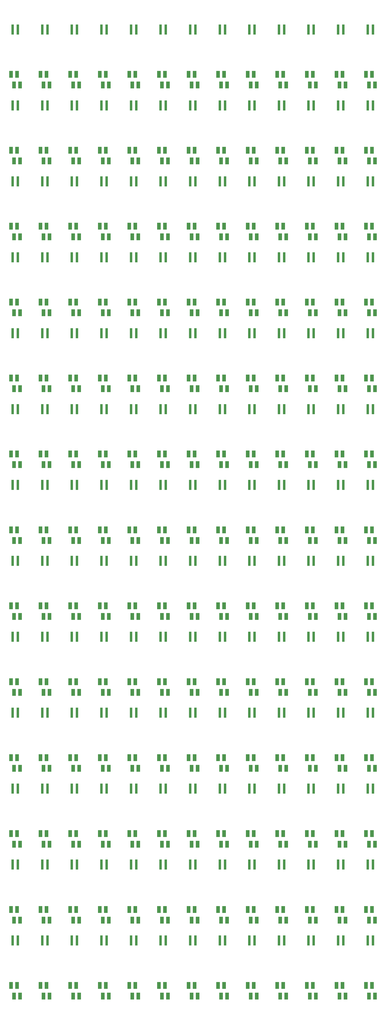
<source format=gtp>
G04 #@! TF.FileFunction,Paste,Top*
%FSLAX46Y46*%
G04 Gerber Fmt 4.6, Leading zero omitted, Abs format (unit mm)*
G04 Created by KiCad (PCBNEW 4.0.2-4+6225~38~ubuntu14.04.1-stable) date Mon 16 May 2016 16:09:22 BST*
%MOMM*%
G01*
G04 APERTURE LIST*
%ADD10C,0.100000*%
%ADD11R,1.500000X3.000000*%
%ADD12R,1.000000X4.350000*%
G04 APERTURE END LIST*
D10*
D11*
X175000000Y-427750000D03*
X173730000Y-423250000D03*
X172460000Y-427750000D03*
X171190000Y-423250000D03*
D12*
X174100000Y-404325000D03*
X171900000Y-404325000D03*
D11*
X162500000Y-427750000D03*
X161230000Y-423250000D03*
X159960000Y-427750000D03*
X158690000Y-423250000D03*
D12*
X161600000Y-404325000D03*
X159400000Y-404325000D03*
D11*
X150000000Y-427750000D03*
X148730000Y-423250000D03*
X147460000Y-427750000D03*
X146190000Y-423250000D03*
D12*
X149100000Y-404325000D03*
X146900000Y-404325000D03*
D11*
X137500000Y-427750000D03*
X136230000Y-423250000D03*
X134960000Y-427750000D03*
X133690000Y-423250000D03*
D12*
X136600000Y-404325000D03*
X134400000Y-404325000D03*
D11*
X125000000Y-427750000D03*
X123730000Y-423250000D03*
X122460000Y-427750000D03*
X121190000Y-423250000D03*
D12*
X124100000Y-404325000D03*
X121900000Y-404325000D03*
D11*
X112500000Y-427750000D03*
X111230000Y-423250000D03*
X109960000Y-427750000D03*
X108690000Y-423250000D03*
D12*
X111600000Y-404325000D03*
X109400000Y-404325000D03*
D11*
X100000000Y-427750000D03*
X98730000Y-423250000D03*
X97460000Y-427750000D03*
X96190000Y-423250000D03*
D12*
X99100000Y-404325000D03*
X96900000Y-404325000D03*
D11*
X87500000Y-427750000D03*
X86230000Y-423250000D03*
X84960000Y-427750000D03*
X83690000Y-423250000D03*
D12*
X86600000Y-404325000D03*
X84400000Y-404325000D03*
D11*
X75000000Y-427750000D03*
X73730000Y-423250000D03*
X72460000Y-427750000D03*
X71190000Y-423250000D03*
D12*
X74100000Y-404325000D03*
X71900000Y-404325000D03*
D11*
X62500000Y-427750000D03*
X61230000Y-423250000D03*
X59960000Y-427750000D03*
X58690000Y-423250000D03*
D12*
X61600000Y-404325000D03*
X59400000Y-404325000D03*
D11*
X50000000Y-427750000D03*
X48730000Y-423250000D03*
X47460000Y-427750000D03*
X46190000Y-423250000D03*
D12*
X49100000Y-404325000D03*
X46900000Y-404325000D03*
D11*
X37500000Y-427750000D03*
X36230000Y-423250000D03*
X34960000Y-427750000D03*
X33690000Y-423250000D03*
D12*
X36600000Y-404325000D03*
X34400000Y-404325000D03*
D11*
X25000000Y-427750000D03*
X23730000Y-423250000D03*
X22460000Y-427750000D03*
X21190000Y-423250000D03*
D12*
X24100000Y-404325000D03*
X21900000Y-404325000D03*
D11*
X175000000Y-395750000D03*
X173730000Y-391250000D03*
X172460000Y-395750000D03*
X171190000Y-391250000D03*
D12*
X174100000Y-372325000D03*
X171900000Y-372325000D03*
D11*
X162500000Y-395750000D03*
X161230000Y-391250000D03*
X159960000Y-395750000D03*
X158690000Y-391250000D03*
D12*
X161600000Y-372325000D03*
X159400000Y-372325000D03*
D11*
X150000000Y-395750000D03*
X148730000Y-391250000D03*
X147460000Y-395750000D03*
X146190000Y-391250000D03*
D12*
X149100000Y-372325000D03*
X146900000Y-372325000D03*
D11*
X137500000Y-395750000D03*
X136230000Y-391250000D03*
X134960000Y-395750000D03*
X133690000Y-391250000D03*
D12*
X136600000Y-372325000D03*
X134400000Y-372325000D03*
D11*
X125000000Y-395750000D03*
X123730000Y-391250000D03*
X122460000Y-395750000D03*
X121190000Y-391250000D03*
D12*
X124100000Y-372325000D03*
X121900000Y-372325000D03*
D11*
X112500000Y-395750000D03*
X111230000Y-391250000D03*
X109960000Y-395750000D03*
X108690000Y-391250000D03*
D12*
X111600000Y-372325000D03*
X109400000Y-372325000D03*
D11*
X100000000Y-395750000D03*
X98730000Y-391250000D03*
X97460000Y-395750000D03*
X96190000Y-391250000D03*
D12*
X99100000Y-372325000D03*
X96900000Y-372325000D03*
D11*
X87500000Y-395750000D03*
X86230000Y-391250000D03*
X84960000Y-395750000D03*
X83690000Y-391250000D03*
D12*
X86600000Y-372325000D03*
X84400000Y-372325000D03*
D11*
X75000000Y-395750000D03*
X73730000Y-391250000D03*
X72460000Y-395750000D03*
X71190000Y-391250000D03*
D12*
X74100000Y-372325000D03*
X71900000Y-372325000D03*
D11*
X62500000Y-395750000D03*
X61230000Y-391250000D03*
X59960000Y-395750000D03*
X58690000Y-391250000D03*
D12*
X61600000Y-372325000D03*
X59400000Y-372325000D03*
D11*
X50000000Y-395750000D03*
X48730000Y-391250000D03*
X47460000Y-395750000D03*
X46190000Y-391250000D03*
D12*
X49100000Y-372325000D03*
X46900000Y-372325000D03*
D11*
X37500000Y-395750000D03*
X36230000Y-391250000D03*
X34960000Y-395750000D03*
X33690000Y-391250000D03*
D12*
X36600000Y-372325000D03*
X34400000Y-372325000D03*
D11*
X25000000Y-395750000D03*
X23730000Y-391250000D03*
X22460000Y-395750000D03*
X21190000Y-391250000D03*
D12*
X24100000Y-372325000D03*
X21900000Y-372325000D03*
D11*
X175000000Y-363750000D03*
X173730000Y-359250000D03*
X172460000Y-363750000D03*
X171190000Y-359250000D03*
D12*
X174100000Y-340325000D03*
X171900000Y-340325000D03*
D11*
X162500000Y-363750000D03*
X161230000Y-359250000D03*
X159960000Y-363750000D03*
X158690000Y-359250000D03*
D12*
X161600000Y-340325000D03*
X159400000Y-340325000D03*
D11*
X150000000Y-363750000D03*
X148730000Y-359250000D03*
X147460000Y-363750000D03*
X146190000Y-359250000D03*
D12*
X149100000Y-340325000D03*
X146900000Y-340325000D03*
D11*
X137500000Y-363750000D03*
X136230000Y-359250000D03*
X134960000Y-363750000D03*
X133690000Y-359250000D03*
D12*
X136600000Y-340325000D03*
X134400000Y-340325000D03*
D11*
X125000000Y-363750000D03*
X123730000Y-359250000D03*
X122460000Y-363750000D03*
X121190000Y-359250000D03*
D12*
X124100000Y-340325000D03*
X121900000Y-340325000D03*
D11*
X112500000Y-363750000D03*
X111230000Y-359250000D03*
X109960000Y-363750000D03*
X108690000Y-359250000D03*
D12*
X111600000Y-340325000D03*
X109400000Y-340325000D03*
D11*
X100000000Y-363750000D03*
X98730000Y-359250000D03*
X97460000Y-363750000D03*
X96190000Y-359250000D03*
D12*
X99100000Y-340325000D03*
X96900000Y-340325000D03*
D11*
X87500000Y-363750000D03*
X86230000Y-359250000D03*
X84960000Y-363750000D03*
X83690000Y-359250000D03*
D12*
X86600000Y-340325000D03*
X84400000Y-340325000D03*
D11*
X75000000Y-363750000D03*
X73730000Y-359250000D03*
X72460000Y-363750000D03*
X71190000Y-359250000D03*
D12*
X74100000Y-340325000D03*
X71900000Y-340325000D03*
D11*
X62500000Y-363750000D03*
X61230000Y-359250000D03*
X59960000Y-363750000D03*
X58690000Y-359250000D03*
D12*
X61600000Y-340325000D03*
X59400000Y-340325000D03*
D11*
X50000000Y-363750000D03*
X48730000Y-359250000D03*
X47460000Y-363750000D03*
X46190000Y-359250000D03*
D12*
X49100000Y-340325000D03*
X46900000Y-340325000D03*
D11*
X37500000Y-363750000D03*
X36230000Y-359250000D03*
X34960000Y-363750000D03*
X33690000Y-359250000D03*
D12*
X36600000Y-340325000D03*
X34400000Y-340325000D03*
D11*
X25000000Y-363750000D03*
X23730000Y-359250000D03*
X22460000Y-363750000D03*
X21190000Y-359250000D03*
D12*
X24100000Y-340325000D03*
X21900000Y-340325000D03*
D11*
X175000000Y-331750000D03*
X173730000Y-327250000D03*
X172460000Y-331750000D03*
X171190000Y-327250000D03*
D12*
X174100000Y-308325000D03*
X171900000Y-308325000D03*
D11*
X162500000Y-331750000D03*
X161230000Y-327250000D03*
X159960000Y-331750000D03*
X158690000Y-327250000D03*
D12*
X161600000Y-308325000D03*
X159400000Y-308325000D03*
D11*
X150000000Y-331750000D03*
X148730000Y-327250000D03*
X147460000Y-331750000D03*
X146190000Y-327250000D03*
D12*
X149100000Y-308325000D03*
X146900000Y-308325000D03*
D11*
X137500000Y-331750000D03*
X136230000Y-327250000D03*
X134960000Y-331750000D03*
X133690000Y-327250000D03*
D12*
X136600000Y-308325000D03*
X134400000Y-308325000D03*
D11*
X125000000Y-331750000D03*
X123730000Y-327250000D03*
X122460000Y-331750000D03*
X121190000Y-327250000D03*
D12*
X124100000Y-308325000D03*
X121900000Y-308325000D03*
D11*
X112500000Y-331750000D03*
X111230000Y-327250000D03*
X109960000Y-331750000D03*
X108690000Y-327250000D03*
D12*
X111600000Y-308325000D03*
X109400000Y-308325000D03*
D11*
X100000000Y-331750000D03*
X98730000Y-327250000D03*
X97460000Y-331750000D03*
X96190000Y-327250000D03*
D12*
X99100000Y-308325000D03*
X96900000Y-308325000D03*
D11*
X87500000Y-331750000D03*
X86230000Y-327250000D03*
X84960000Y-331750000D03*
X83690000Y-327250000D03*
D12*
X86600000Y-308325000D03*
X84400000Y-308325000D03*
D11*
X75000000Y-331750000D03*
X73730000Y-327250000D03*
X72460000Y-331750000D03*
X71190000Y-327250000D03*
D12*
X74100000Y-308325000D03*
X71900000Y-308325000D03*
D11*
X62500000Y-331750000D03*
X61230000Y-327250000D03*
X59960000Y-331750000D03*
X58690000Y-327250000D03*
D12*
X61600000Y-308325000D03*
X59400000Y-308325000D03*
D11*
X50000000Y-331750000D03*
X48730000Y-327250000D03*
X47460000Y-331750000D03*
X46190000Y-327250000D03*
D12*
X49100000Y-308325000D03*
X46900000Y-308325000D03*
D11*
X37500000Y-331750000D03*
X36230000Y-327250000D03*
X34960000Y-331750000D03*
X33690000Y-327250000D03*
D12*
X36600000Y-308325000D03*
X34400000Y-308325000D03*
D11*
X25000000Y-331750000D03*
X23730000Y-327250000D03*
X22460000Y-331750000D03*
X21190000Y-327250000D03*
D12*
X24100000Y-308325000D03*
X21900000Y-308325000D03*
D11*
X175000000Y-299750000D03*
X173730000Y-295250000D03*
X172460000Y-299750000D03*
X171190000Y-295250000D03*
D12*
X174100000Y-276325000D03*
X171900000Y-276325000D03*
D11*
X162500000Y-299750000D03*
X161230000Y-295250000D03*
X159960000Y-299750000D03*
X158690000Y-295250000D03*
D12*
X161600000Y-276325000D03*
X159400000Y-276325000D03*
D11*
X150000000Y-299750000D03*
X148730000Y-295250000D03*
X147460000Y-299750000D03*
X146190000Y-295250000D03*
D12*
X149100000Y-276325000D03*
X146900000Y-276325000D03*
D11*
X137500000Y-299750000D03*
X136230000Y-295250000D03*
X134960000Y-299750000D03*
X133690000Y-295250000D03*
D12*
X136600000Y-276325000D03*
X134400000Y-276325000D03*
D11*
X125000000Y-299750000D03*
X123730000Y-295250000D03*
X122460000Y-299750000D03*
X121190000Y-295250000D03*
D12*
X124100000Y-276325000D03*
X121900000Y-276325000D03*
D11*
X112500000Y-299750000D03*
X111230000Y-295250000D03*
X109960000Y-299750000D03*
X108690000Y-295250000D03*
D12*
X111600000Y-276325000D03*
X109400000Y-276325000D03*
D11*
X100000000Y-299750000D03*
X98730000Y-295250000D03*
X97460000Y-299750000D03*
X96190000Y-295250000D03*
D12*
X99100000Y-276325000D03*
X96900000Y-276325000D03*
D11*
X87500000Y-299750000D03*
X86230000Y-295250000D03*
X84960000Y-299750000D03*
X83690000Y-295250000D03*
D12*
X86600000Y-276325000D03*
X84400000Y-276325000D03*
D11*
X75000000Y-299750000D03*
X73730000Y-295250000D03*
X72460000Y-299750000D03*
X71190000Y-295250000D03*
D12*
X74100000Y-276325000D03*
X71900000Y-276325000D03*
D11*
X62500000Y-299750000D03*
X61230000Y-295250000D03*
X59960000Y-299750000D03*
X58690000Y-295250000D03*
D12*
X61600000Y-276325000D03*
X59400000Y-276325000D03*
D11*
X50000000Y-299750000D03*
X48730000Y-295250000D03*
X47460000Y-299750000D03*
X46190000Y-295250000D03*
D12*
X49100000Y-276325000D03*
X46900000Y-276325000D03*
D11*
X37500000Y-299750000D03*
X36230000Y-295250000D03*
X34960000Y-299750000D03*
X33690000Y-295250000D03*
D12*
X36600000Y-276325000D03*
X34400000Y-276325000D03*
D11*
X25000000Y-299750000D03*
X23730000Y-295250000D03*
X22460000Y-299750000D03*
X21190000Y-295250000D03*
D12*
X24100000Y-276325000D03*
X21900000Y-276325000D03*
D11*
X175000000Y-267750000D03*
X173730000Y-263250000D03*
X172460000Y-267750000D03*
X171190000Y-263250000D03*
D12*
X174100000Y-244325000D03*
X171900000Y-244325000D03*
D11*
X162500000Y-267750000D03*
X161230000Y-263250000D03*
X159960000Y-267750000D03*
X158690000Y-263250000D03*
D12*
X161600000Y-244325000D03*
X159400000Y-244325000D03*
D11*
X150000000Y-267750000D03*
X148730000Y-263250000D03*
X147460000Y-267750000D03*
X146190000Y-263250000D03*
D12*
X149100000Y-244325000D03*
X146900000Y-244325000D03*
D11*
X137500000Y-267750000D03*
X136230000Y-263250000D03*
X134960000Y-267750000D03*
X133690000Y-263250000D03*
D12*
X136600000Y-244325000D03*
X134400000Y-244325000D03*
D11*
X125000000Y-267750000D03*
X123730000Y-263250000D03*
X122460000Y-267750000D03*
X121190000Y-263250000D03*
D12*
X124100000Y-244325000D03*
X121900000Y-244325000D03*
D11*
X112500000Y-267750000D03*
X111230000Y-263250000D03*
X109960000Y-267750000D03*
X108690000Y-263250000D03*
D12*
X111600000Y-244325000D03*
X109400000Y-244325000D03*
D11*
X100000000Y-267750000D03*
X98730000Y-263250000D03*
X97460000Y-267750000D03*
X96190000Y-263250000D03*
D12*
X99100000Y-244325000D03*
X96900000Y-244325000D03*
D11*
X87500000Y-267750000D03*
X86230000Y-263250000D03*
X84960000Y-267750000D03*
X83690000Y-263250000D03*
D12*
X86600000Y-244325000D03*
X84400000Y-244325000D03*
D11*
X75000000Y-267750000D03*
X73730000Y-263250000D03*
X72460000Y-267750000D03*
X71190000Y-263250000D03*
D12*
X74100000Y-244325000D03*
X71900000Y-244325000D03*
D11*
X62500000Y-267750000D03*
X61230000Y-263250000D03*
X59960000Y-267750000D03*
X58690000Y-263250000D03*
D12*
X61600000Y-244325000D03*
X59400000Y-244325000D03*
D11*
X50000000Y-267750000D03*
X48730000Y-263250000D03*
X47460000Y-267750000D03*
X46190000Y-263250000D03*
D12*
X49100000Y-244325000D03*
X46900000Y-244325000D03*
D11*
X37500000Y-267750000D03*
X36230000Y-263250000D03*
X34960000Y-267750000D03*
X33690000Y-263250000D03*
D12*
X36600000Y-244325000D03*
X34400000Y-244325000D03*
D11*
X25000000Y-267750000D03*
X23730000Y-263250000D03*
X22460000Y-267750000D03*
X21190000Y-263250000D03*
D12*
X24100000Y-244325000D03*
X21900000Y-244325000D03*
D11*
X175000000Y-235750000D03*
X173730000Y-231250000D03*
X172460000Y-235750000D03*
X171190000Y-231250000D03*
D12*
X174100000Y-212325000D03*
X171900000Y-212325000D03*
D11*
X162500000Y-235750000D03*
X161230000Y-231250000D03*
X159960000Y-235750000D03*
X158690000Y-231250000D03*
D12*
X161600000Y-212325000D03*
X159400000Y-212325000D03*
D11*
X150000000Y-235750000D03*
X148730000Y-231250000D03*
X147460000Y-235750000D03*
X146190000Y-231250000D03*
D12*
X149100000Y-212325000D03*
X146900000Y-212325000D03*
D11*
X137500000Y-235750000D03*
X136230000Y-231250000D03*
X134960000Y-235750000D03*
X133690000Y-231250000D03*
D12*
X136600000Y-212325000D03*
X134400000Y-212325000D03*
D11*
X125000000Y-235750000D03*
X123730000Y-231250000D03*
X122460000Y-235750000D03*
X121190000Y-231250000D03*
D12*
X124100000Y-212325000D03*
X121900000Y-212325000D03*
D11*
X112500000Y-235750000D03*
X111230000Y-231250000D03*
X109960000Y-235750000D03*
X108690000Y-231250000D03*
D12*
X111600000Y-212325000D03*
X109400000Y-212325000D03*
D11*
X100000000Y-235750000D03*
X98730000Y-231250000D03*
X97460000Y-235750000D03*
X96190000Y-231250000D03*
D12*
X99100000Y-212325000D03*
X96900000Y-212325000D03*
D11*
X87500000Y-235750000D03*
X86230000Y-231250000D03*
X84960000Y-235750000D03*
X83690000Y-231250000D03*
D12*
X86600000Y-212325000D03*
X84400000Y-212325000D03*
D11*
X75000000Y-235750000D03*
X73730000Y-231250000D03*
X72460000Y-235750000D03*
X71190000Y-231250000D03*
D12*
X74100000Y-212325000D03*
X71900000Y-212325000D03*
D11*
X62500000Y-235750000D03*
X61230000Y-231250000D03*
X59960000Y-235750000D03*
X58690000Y-231250000D03*
D12*
X61600000Y-212325000D03*
X59400000Y-212325000D03*
D11*
X50000000Y-235750000D03*
X48730000Y-231250000D03*
X47460000Y-235750000D03*
X46190000Y-231250000D03*
D12*
X49100000Y-212325000D03*
X46900000Y-212325000D03*
D11*
X37500000Y-235750000D03*
X36230000Y-231250000D03*
X34960000Y-235750000D03*
X33690000Y-231250000D03*
D12*
X36600000Y-212325000D03*
X34400000Y-212325000D03*
D11*
X25000000Y-235750000D03*
X23730000Y-231250000D03*
X22460000Y-235750000D03*
X21190000Y-231250000D03*
D12*
X24100000Y-212325000D03*
X21900000Y-212325000D03*
D11*
X175000000Y-203750000D03*
X173730000Y-199250000D03*
X172460000Y-203750000D03*
X171190000Y-199250000D03*
D12*
X174100000Y-180325000D03*
X171900000Y-180325000D03*
D11*
X162500000Y-203750000D03*
X161230000Y-199250000D03*
X159960000Y-203750000D03*
X158690000Y-199250000D03*
D12*
X161600000Y-180325000D03*
X159400000Y-180325000D03*
D11*
X150000000Y-203750000D03*
X148730000Y-199250000D03*
X147460000Y-203750000D03*
X146190000Y-199250000D03*
D12*
X149100000Y-180325000D03*
X146900000Y-180325000D03*
D11*
X137500000Y-203750000D03*
X136230000Y-199250000D03*
X134960000Y-203750000D03*
X133690000Y-199250000D03*
D12*
X136600000Y-180325000D03*
X134400000Y-180325000D03*
D11*
X125000000Y-203750000D03*
X123730000Y-199250000D03*
X122460000Y-203750000D03*
X121190000Y-199250000D03*
D12*
X124100000Y-180325000D03*
X121900000Y-180325000D03*
D11*
X112500000Y-203750000D03*
X111230000Y-199250000D03*
X109960000Y-203750000D03*
X108690000Y-199250000D03*
D12*
X111600000Y-180325000D03*
X109400000Y-180325000D03*
D11*
X100000000Y-203750000D03*
X98730000Y-199250000D03*
X97460000Y-203750000D03*
X96190000Y-199250000D03*
D12*
X99100000Y-180325000D03*
X96900000Y-180325000D03*
D11*
X87500000Y-203750000D03*
X86230000Y-199250000D03*
X84960000Y-203750000D03*
X83690000Y-199250000D03*
D12*
X86600000Y-180325000D03*
X84400000Y-180325000D03*
D11*
X75000000Y-203750000D03*
X73730000Y-199250000D03*
X72460000Y-203750000D03*
X71190000Y-199250000D03*
D12*
X74100000Y-180325000D03*
X71900000Y-180325000D03*
D11*
X62500000Y-203750000D03*
X61230000Y-199250000D03*
X59960000Y-203750000D03*
X58690000Y-199250000D03*
D12*
X61600000Y-180325000D03*
X59400000Y-180325000D03*
D11*
X50000000Y-203750000D03*
X48730000Y-199250000D03*
X47460000Y-203750000D03*
X46190000Y-199250000D03*
D12*
X49100000Y-180325000D03*
X46900000Y-180325000D03*
D11*
X37500000Y-203750000D03*
X36230000Y-199250000D03*
X34960000Y-203750000D03*
X33690000Y-199250000D03*
D12*
X36600000Y-180325000D03*
X34400000Y-180325000D03*
D11*
X25000000Y-203750000D03*
X23730000Y-199250000D03*
X22460000Y-203750000D03*
X21190000Y-199250000D03*
D12*
X24100000Y-180325000D03*
X21900000Y-180325000D03*
D11*
X175000000Y-171750000D03*
X173730000Y-167250000D03*
X172460000Y-171750000D03*
X171190000Y-167250000D03*
D12*
X174100000Y-148325000D03*
X171900000Y-148325000D03*
D11*
X162500000Y-171750000D03*
X161230000Y-167250000D03*
X159960000Y-171750000D03*
X158690000Y-167250000D03*
D12*
X161600000Y-148325000D03*
X159400000Y-148325000D03*
D11*
X150000000Y-171750000D03*
X148730000Y-167250000D03*
X147460000Y-171750000D03*
X146190000Y-167250000D03*
D12*
X149100000Y-148325000D03*
X146900000Y-148325000D03*
D11*
X137500000Y-171750000D03*
X136230000Y-167250000D03*
X134960000Y-171750000D03*
X133690000Y-167250000D03*
D12*
X136600000Y-148325000D03*
X134400000Y-148325000D03*
D11*
X125000000Y-171750000D03*
X123730000Y-167250000D03*
X122460000Y-171750000D03*
X121190000Y-167250000D03*
D12*
X124100000Y-148325000D03*
X121900000Y-148325000D03*
D11*
X112500000Y-171750000D03*
X111230000Y-167250000D03*
X109960000Y-171750000D03*
X108690000Y-167250000D03*
D12*
X111600000Y-148325000D03*
X109400000Y-148325000D03*
D11*
X100000000Y-171750000D03*
X98730000Y-167250000D03*
X97460000Y-171750000D03*
X96190000Y-167250000D03*
D12*
X99100000Y-148325000D03*
X96900000Y-148325000D03*
D11*
X87500000Y-171750000D03*
X86230000Y-167250000D03*
X84960000Y-171750000D03*
X83690000Y-167250000D03*
D12*
X86600000Y-148325000D03*
X84400000Y-148325000D03*
D11*
X75000000Y-171750000D03*
X73730000Y-167250000D03*
X72460000Y-171750000D03*
X71190000Y-167250000D03*
D12*
X74100000Y-148325000D03*
X71900000Y-148325000D03*
D11*
X62500000Y-171750000D03*
X61230000Y-167250000D03*
X59960000Y-171750000D03*
X58690000Y-167250000D03*
D12*
X61600000Y-148325000D03*
X59400000Y-148325000D03*
D11*
X50000000Y-171750000D03*
X48730000Y-167250000D03*
X47460000Y-171750000D03*
X46190000Y-167250000D03*
D12*
X49100000Y-148325000D03*
X46900000Y-148325000D03*
D11*
X37500000Y-171750000D03*
X36230000Y-167250000D03*
X34960000Y-171750000D03*
X33690000Y-167250000D03*
D12*
X36600000Y-148325000D03*
X34400000Y-148325000D03*
D11*
X25000000Y-171750000D03*
X23730000Y-167250000D03*
X22460000Y-171750000D03*
X21190000Y-167250000D03*
D12*
X24100000Y-148325000D03*
X21900000Y-148325000D03*
D11*
X175000000Y-139750000D03*
X173730000Y-135250000D03*
X172460000Y-139750000D03*
X171190000Y-135250000D03*
D12*
X174100000Y-116325000D03*
X171900000Y-116325000D03*
D11*
X162500000Y-139750000D03*
X161230000Y-135250000D03*
X159960000Y-139750000D03*
X158690000Y-135250000D03*
D12*
X161600000Y-116325000D03*
X159400000Y-116325000D03*
D11*
X150000000Y-139750000D03*
X148730000Y-135250000D03*
X147460000Y-139750000D03*
X146190000Y-135250000D03*
D12*
X149100000Y-116325000D03*
X146900000Y-116325000D03*
D11*
X137500000Y-139750000D03*
X136230000Y-135250000D03*
X134960000Y-139750000D03*
X133690000Y-135250000D03*
D12*
X136600000Y-116325000D03*
X134400000Y-116325000D03*
D11*
X125000000Y-139750000D03*
X123730000Y-135250000D03*
X122460000Y-139750000D03*
X121190000Y-135250000D03*
D12*
X124100000Y-116325000D03*
X121900000Y-116325000D03*
D11*
X112500000Y-139750000D03*
X111230000Y-135250000D03*
X109960000Y-139750000D03*
X108690000Y-135250000D03*
D12*
X111600000Y-116325000D03*
X109400000Y-116325000D03*
D11*
X100000000Y-139750000D03*
X98730000Y-135250000D03*
X97460000Y-139750000D03*
X96190000Y-135250000D03*
D12*
X99100000Y-116325000D03*
X96900000Y-116325000D03*
D11*
X87500000Y-139750000D03*
X86230000Y-135250000D03*
X84960000Y-139750000D03*
X83690000Y-135250000D03*
D12*
X86600000Y-116325000D03*
X84400000Y-116325000D03*
D11*
X75000000Y-139750000D03*
X73730000Y-135250000D03*
X72460000Y-139750000D03*
X71190000Y-135250000D03*
D12*
X74100000Y-116325000D03*
X71900000Y-116325000D03*
D11*
X62500000Y-139750000D03*
X61230000Y-135250000D03*
X59960000Y-139750000D03*
X58690000Y-135250000D03*
D12*
X61600000Y-116325000D03*
X59400000Y-116325000D03*
D11*
X50000000Y-139750000D03*
X48730000Y-135250000D03*
X47460000Y-139750000D03*
X46190000Y-135250000D03*
D12*
X49100000Y-116325000D03*
X46900000Y-116325000D03*
D11*
X37500000Y-139750000D03*
X36230000Y-135250000D03*
X34960000Y-139750000D03*
X33690000Y-135250000D03*
D12*
X36600000Y-116325000D03*
X34400000Y-116325000D03*
D11*
X25000000Y-139750000D03*
X23730000Y-135250000D03*
X22460000Y-139750000D03*
X21190000Y-135250000D03*
D12*
X24100000Y-116325000D03*
X21900000Y-116325000D03*
D11*
X175000000Y-107750000D03*
X173730000Y-103250000D03*
X172460000Y-107750000D03*
X171190000Y-103250000D03*
D12*
X174100000Y-84325000D03*
X171900000Y-84325000D03*
D11*
X162500000Y-107750000D03*
X161230000Y-103250000D03*
X159960000Y-107750000D03*
X158690000Y-103250000D03*
D12*
X161600000Y-84325000D03*
X159400000Y-84325000D03*
D11*
X150000000Y-107750000D03*
X148730000Y-103250000D03*
X147460000Y-107750000D03*
X146190000Y-103250000D03*
D12*
X149100000Y-84325000D03*
X146900000Y-84325000D03*
D11*
X137500000Y-107750000D03*
X136230000Y-103250000D03*
X134960000Y-107750000D03*
X133690000Y-103250000D03*
D12*
X136600000Y-84325000D03*
X134400000Y-84325000D03*
D11*
X125000000Y-107750000D03*
X123730000Y-103250000D03*
X122460000Y-107750000D03*
X121190000Y-103250000D03*
D12*
X124100000Y-84325000D03*
X121900000Y-84325000D03*
D11*
X112500000Y-107750000D03*
X111230000Y-103250000D03*
X109960000Y-107750000D03*
X108690000Y-103250000D03*
D12*
X111600000Y-84325000D03*
X109400000Y-84325000D03*
D11*
X100000000Y-107750000D03*
X98730000Y-103250000D03*
X97460000Y-107750000D03*
X96190000Y-103250000D03*
D12*
X99100000Y-84325000D03*
X96900000Y-84325000D03*
D11*
X87500000Y-107750000D03*
X86230000Y-103250000D03*
X84960000Y-107750000D03*
X83690000Y-103250000D03*
D12*
X86600000Y-84325000D03*
X84400000Y-84325000D03*
D11*
X75000000Y-107750000D03*
X73730000Y-103250000D03*
X72460000Y-107750000D03*
X71190000Y-103250000D03*
D12*
X74100000Y-84325000D03*
X71900000Y-84325000D03*
D11*
X62500000Y-107750000D03*
X61230000Y-103250000D03*
X59960000Y-107750000D03*
X58690000Y-103250000D03*
D12*
X61600000Y-84325000D03*
X59400000Y-84325000D03*
D11*
X50000000Y-107750000D03*
X48730000Y-103250000D03*
X47460000Y-107750000D03*
X46190000Y-103250000D03*
D12*
X49100000Y-84325000D03*
X46900000Y-84325000D03*
D11*
X37500000Y-107750000D03*
X36230000Y-103250000D03*
X34960000Y-107750000D03*
X33690000Y-103250000D03*
D12*
X36600000Y-84325000D03*
X34400000Y-84325000D03*
D11*
X25000000Y-107750000D03*
X23730000Y-103250000D03*
X22460000Y-107750000D03*
X21190000Y-103250000D03*
D12*
X24100000Y-84325000D03*
X21900000Y-84325000D03*
D11*
X175000000Y-75750000D03*
X173730000Y-71250000D03*
X172460000Y-75750000D03*
X171190000Y-71250000D03*
D12*
X174100000Y-52325000D03*
X171900000Y-52325000D03*
D11*
X162500000Y-75750000D03*
X161230000Y-71250000D03*
X159960000Y-75750000D03*
X158690000Y-71250000D03*
D12*
X161600000Y-52325000D03*
X159400000Y-52325000D03*
D11*
X150000000Y-75750000D03*
X148730000Y-71250000D03*
X147460000Y-75750000D03*
X146190000Y-71250000D03*
D12*
X149100000Y-52325000D03*
X146900000Y-52325000D03*
D11*
X137500000Y-75750000D03*
X136230000Y-71250000D03*
X134960000Y-75750000D03*
X133690000Y-71250000D03*
D12*
X136600000Y-52325000D03*
X134400000Y-52325000D03*
D11*
X125000000Y-75750000D03*
X123730000Y-71250000D03*
X122460000Y-75750000D03*
X121190000Y-71250000D03*
D12*
X124100000Y-52325000D03*
X121900000Y-52325000D03*
D11*
X112500000Y-75750000D03*
X111230000Y-71250000D03*
X109960000Y-75750000D03*
X108690000Y-71250000D03*
D12*
X111600000Y-52325000D03*
X109400000Y-52325000D03*
D11*
X100000000Y-75750000D03*
X98730000Y-71250000D03*
X97460000Y-75750000D03*
X96190000Y-71250000D03*
D12*
X99100000Y-52325000D03*
X96900000Y-52325000D03*
D11*
X87500000Y-75750000D03*
X86230000Y-71250000D03*
X84960000Y-75750000D03*
X83690000Y-71250000D03*
D12*
X86600000Y-52325000D03*
X84400000Y-52325000D03*
D11*
X75000000Y-75750000D03*
X73730000Y-71250000D03*
X72460000Y-75750000D03*
X71190000Y-71250000D03*
D12*
X74100000Y-52325000D03*
X71900000Y-52325000D03*
D11*
X62500000Y-75750000D03*
X61230000Y-71250000D03*
X59960000Y-75750000D03*
X58690000Y-71250000D03*
D12*
X61600000Y-52325000D03*
X59400000Y-52325000D03*
D11*
X50000000Y-75750000D03*
X48730000Y-71250000D03*
X47460000Y-75750000D03*
X46190000Y-71250000D03*
D12*
X49100000Y-52325000D03*
X46900000Y-52325000D03*
D11*
X37500000Y-75750000D03*
X36230000Y-71250000D03*
X34960000Y-75750000D03*
X33690000Y-71250000D03*
D12*
X36600000Y-52325000D03*
X34400000Y-52325000D03*
D11*
X25000000Y-75750000D03*
X23730000Y-71250000D03*
X22460000Y-75750000D03*
X21190000Y-71250000D03*
D12*
X24100000Y-52325000D03*
X21900000Y-52325000D03*
D11*
X175000000Y-43750000D03*
X173730000Y-39250000D03*
X172460000Y-43750000D03*
X171190000Y-39250000D03*
D12*
X174100000Y-20325000D03*
X171900000Y-20325000D03*
D11*
X162500000Y-43750000D03*
X161230000Y-39250000D03*
X159960000Y-43750000D03*
X158690000Y-39250000D03*
D12*
X161600000Y-20325000D03*
X159400000Y-20325000D03*
D11*
X150000000Y-43750000D03*
X148730000Y-39250000D03*
X147460000Y-43750000D03*
X146190000Y-39250000D03*
D12*
X149100000Y-20325000D03*
X146900000Y-20325000D03*
D11*
X137500000Y-43750000D03*
X136230000Y-39250000D03*
X134960000Y-43750000D03*
X133690000Y-39250000D03*
D12*
X136600000Y-20325000D03*
X134400000Y-20325000D03*
D11*
X125000000Y-43750000D03*
X123730000Y-39250000D03*
X122460000Y-43750000D03*
X121190000Y-39250000D03*
D12*
X124100000Y-20325000D03*
X121900000Y-20325000D03*
D11*
X112500000Y-43750000D03*
X111230000Y-39250000D03*
X109960000Y-43750000D03*
X108690000Y-39250000D03*
D12*
X111600000Y-20325000D03*
X109400000Y-20325000D03*
D11*
X100000000Y-43750000D03*
X98730000Y-39250000D03*
X97460000Y-43750000D03*
X96190000Y-39250000D03*
D12*
X99100000Y-20325000D03*
X96900000Y-20325000D03*
D11*
X87500000Y-43750000D03*
X86230000Y-39250000D03*
X84960000Y-43750000D03*
X83690000Y-39250000D03*
D12*
X86600000Y-20325000D03*
X84400000Y-20325000D03*
D11*
X75000000Y-43750000D03*
X73730000Y-39250000D03*
X72460000Y-43750000D03*
X71190000Y-39250000D03*
D12*
X74100000Y-20325000D03*
X71900000Y-20325000D03*
D11*
X62500000Y-43750000D03*
X61230000Y-39250000D03*
X59960000Y-43750000D03*
X58690000Y-39250000D03*
D12*
X61600000Y-20325000D03*
X59400000Y-20325000D03*
D11*
X50000000Y-43750000D03*
X48730000Y-39250000D03*
X47460000Y-43750000D03*
X46190000Y-39250000D03*
D12*
X49100000Y-20325000D03*
X46900000Y-20325000D03*
D11*
X37500000Y-43750000D03*
X36230000Y-39250000D03*
X34960000Y-43750000D03*
X33690000Y-39250000D03*
D12*
X36600000Y-20325000D03*
X34400000Y-20325000D03*
D11*
X25000000Y-43750000D03*
X23730000Y-39250000D03*
X22460000Y-43750000D03*
X21190000Y-39250000D03*
D12*
X24100000Y-20325000D03*
X21900000Y-20325000D03*
M02*

</source>
